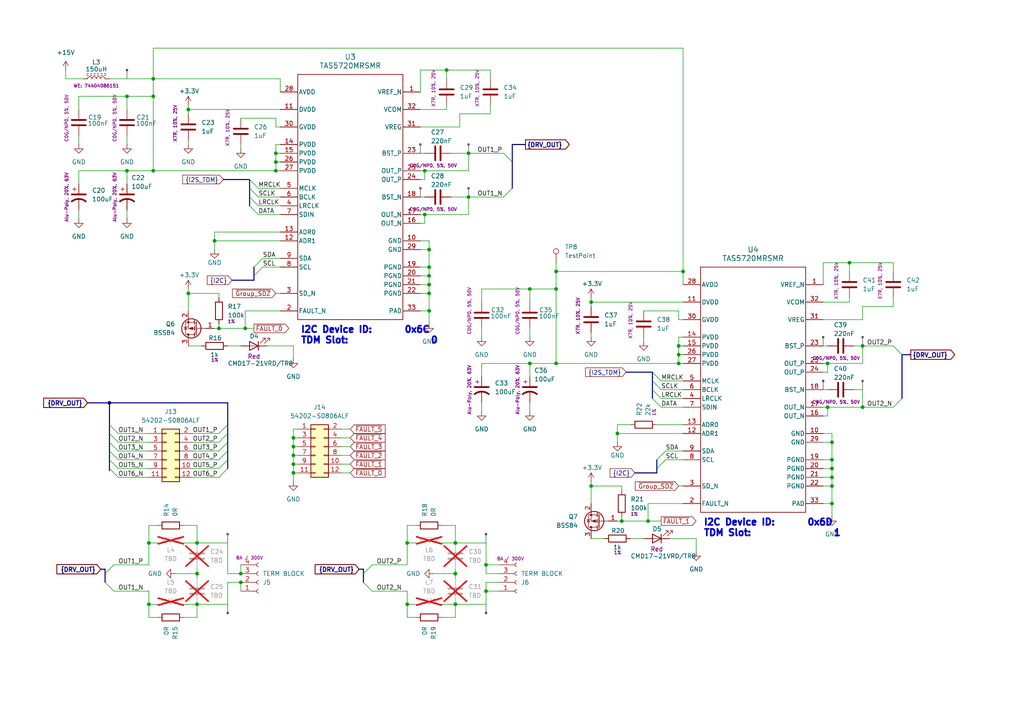
<source format=kicad_sch>
(kicad_sch (version 20250114) (generator "eeschema") (generator_version "9.0")
  (paper "A4")
  (title_block (title "Nathophone Driver Board") (date "2025-10-13") (rev "v0") (company "Juventus Technikerschule HF"))
  (bus_alias "DRV_OUT" (members "OUT1_P" "OUT1_N" "OUT2_P" "OUT2_N" "OUT3_P" "OUT3_N" "OUT4_P" "OUT4_N" "OUT5_P" "OUT5_N" "OUT6_P" "OUT6_N"))
  (bus_alias "I2C" (members "SDA" "SCL"))
  (bus_alias "I2S_TDM" (members "DATA" "SCLK" "LRCLK" "MRCLK"))
  (text "I2C Device ID: 	0x6C\nTDM Slot:			0" (at 87.122 97.282 0) (effects (font (size 1.905 1.905) (thickness 0.508) (bold yes)) (justify left)))
  (text "I2C Device ID: 	0x6D\nTDM Slot:			1" (at 203.962 153.162 0) (effects (font (size 1.905 1.905) (thickness 0.508) (bold yes)) (justify left)))
  (junction (at 80.01 44.45))
  (junction (at 57.15 166.37))
  (junction (at 153.67 83.82))
  (junction (at 179.07 125.73))
  (junction (at 187.96 151.13))
  (junction (at 80.01 46.99))
  (junction (at 250.19 100.33))
  (junction (at 85.09 134.62))
  (junction (at 161.29 78.74))
  (junction (at 36.83 49.53))
  (junction (at 198.12 78.74))
  (junction (at 196.85 105.41))
  (junction (at 44.45 22.86))
  (junction (at 240.03 105.41))
  (junction (at 54.61 31.75))
  (junction (at 44.45 27.94))
  (junction (at 85.09 132.08))
  (junction (at 241.3 133.35))
  (junction (at 69.85 168.91))
  (junction (at 140.97 163.83))
  (junction (at 250.19 118.11))
  (junction (at 69.85 166.37))
  (junction (at 124.46 82.55))
  (junction (at 123.19 49.53))
  (junction (at 71.12 95.25))
  (junction (at 171.45 140.97))
  (junction (at 124.46 90.17))
  (junction (at 241.3 146.05))
  (junction (at 57.15 157.48))
  (junction (at 132.08 166.37))
  (junction (at 54.61 85.09))
  (junction (at 123.19 62.23))
  (junction (at 43.18 157.48))
  (junction (at 180.34 151.13))
  (junction (at 124.46 72.39))
  (junction (at 57.15 175.26))
  (junction (at 132.08 175.26))
  (junction (at 161.29 105.41))
  (junction (at 241.3 135.89))
  (junction (at 124.46 80.01))
  (junction (at 85.09 127))
  (junction (at 129.54 20.32))
  (junction (at 196.85 102.87))
  (junction (at 85.09 129.54))
  (junction (at 31.75 116.84))
  (junction (at 241.3 138.43))
  (junction (at 135.89 57.15))
  (junction (at 80.01 49.53))
  (junction (at 118.11 157.48))
  (junction (at 36.83 27.94))
  (junction (at 132.08 157.48))
  (junction (at 43.18 175.26))
  (junction (at 85.09 137.16))
  (junction (at 240.03 118.11))
  (junction (at 196.85 100.33))
  (junction (at 140.97 171.45))
  (junction (at 135.89 44.45))
  (junction (at 44.45 49.53))
  (junction (at 124.46 77.47))
  (junction (at 241.3 128.27))
  (junction (at 171.45 87.63))
  (junction (at 62.23 69.85))
  (junction (at 118.11 175.26))
  (junction (at 63.5 95.25))
  (junction (at 246.38 76.2))
  (junction (at 241.3 140.97))
  (junction (at 161.29 83.82))
  (junction (at 124.46 85.09))
  (junction (at 153.67 105.41))
  (bus_entry (at 31.75 128.27) (size 2.54 2.54))
  (bus_entry (at 73.66 77.47) (size 2.54 -2.54))
  (bus_entry (at 72.39 59.69) (size 2.54 2.54))
  (bus_entry (at 146.05 57.15) (size 2.54 -2.54))
  (bus_entry (at 190.5 135.89) (size 2.54 -2.54))
  (bus_entry (at 72.39 57.15) (size 2.54 2.54))
  (bus_entry (at 189.23 115.57) (size 2.54 2.54))
  (bus_entry (at 30.48 168.91) (size 2.54 2.54))
  (bus_entry (at 66.04 125.73) (size -2.54 2.54))
  (bus_entry (at 31.75 130.81) (size 2.54 2.54))
  (bus_entry (at 189.23 110.49) (size 2.54 2.54))
  (bus_entry (at 31.75 133.35) (size 2.54 2.54))
  (bus_entry (at 72.39 52.07) (size 2.54 2.54))
  (bus_entry (at 261.62 102.87) (size -2.54 -2.54))
  (bus_entry (at 72.39 54.61) (size 2.54 2.54))
  (bus_entry (at 190.5 133.35) (size 2.54 -2.54))
  (bus_entry (at 31.75 123.19) (size 2.54 2.54))
  (bus_entry (at 73.66 80.01) (size 2.54 -2.54))
  (bus_entry (at 66.04 130.81) (size -2.54 2.54))
  (bus_entry (at 189.23 107.95) (size 2.54 2.54))
  (bus_entry (at 66.04 123.19) (size -2.54 2.54))
  (bus_entry (at 31.75 135.89) (size 2.54 2.54))
  (bus_entry (at 66.04 128.27) (size -2.54 2.54))
  (bus_entry (at 66.04 135.89) (size -2.54 2.54))
  (bus_entry (at 146.05 44.45) (size 2.54 2.54))
  (bus_entry (at 105.41 168.91) (size 2.54 2.54))
  (bus_entry (at 189.23 113.03) (size 2.54 2.54))
  (bus_entry (at 66.04 133.35) (size -2.54 2.54))
  (bus_entry (at 105.41 166.37) (size 2.54 -2.54))
  (bus_entry (at 30.48 166.37) (size 2.54 -2.54))
  (bus_entry (at 31.75 125.73) (size 2.54 2.54))
  (bus_entry (at 261.62 115.57) (size -2.54 2.54))
  (wire (pts (xy 53.34 175.26) (xy 57.15 175.26)))
  (wire (pts (xy 77.47 100.33) (xy 85.09 100.33)))
  (wire (pts (xy 198.12 87.63) (xy 171.45 87.63)))
  (wire (pts (xy 161.29 76.2) (xy 161.29 78.74)))
  (wire (pts (xy 71.12 95.25) (xy 73.66 95.25)))
  (wire (pts (xy 55.88 135.89) (xy 63.5 135.89)))
  (wire (pts (xy 43.18 152.4) (xy 43.18 157.48)))
  (wire (pts (xy 85.09 137.16) (xy 86.36 137.16)))
  (wire (pts (xy 130.81 44.45) (xy 135.89 44.45)))
  (wire (pts (xy 135.89 57.15) (xy 135.89 62.23)))
  (wire (pts (xy 121.92 69.85) (xy 124.46 69.85)))
  (wire (pts (xy 54.61 100.33) (xy 58.42 100.33)))
  (wire (pts (xy 129.54 31.75) (xy 129.54 30.48)))
  (wire (pts (xy 193.04 130.81) (xy 198.12 130.81)))
  (wire (pts (xy 259.08 76.2) (xy 259.08 78.74)))
  (wire (pts (xy 71.12 95.25) (xy 63.5 95.25)))
  (bus (pts (xy 66.04 128.27) (xy 66.04 130.81)))
  (wire (pts (xy 135.89 57.15) (xy 146.05 57.15)))
  (wire (pts (xy 196.85 97.79) (xy 196.85 100.33)))
  (bus (pts (xy 66.04 116.84) (xy 66.04 123.19)))
  (wire (pts (xy 171.45 86.36) (xy 171.45 87.63)))
  (bus (pts (xy 189.23 110.49) (xy 189.23 113.03)))
  (wire (pts (xy 22.86 27.94) (xy 36.83 27.94)))
  (wire (pts (xy 182.88 123.19) (xy 179.07 123.19)))
  (wire (pts (xy 190.5 123.19) (xy 198.12 123.19)))
  (wire (pts (xy 69.85 168.91) (xy 69.85 171.45)))
  (wire (pts (xy 132.08 179.07) (xy 132.08 175.26)))
  (wire (pts (xy 81.28 67.31) (xy 62.23 67.31)))
  (wire (pts (xy 85.09 134.62) (xy 86.36 134.62)))
  (wire (pts (xy 241.3 135.89) (xy 241.3 138.43)))
  (wire (pts (xy 140.97 171.45) (xy 144.78 171.45)))
  (wire (pts (xy 99.06 137.16) (xy 101.6 137.16)))
  (wire (pts (xy 240.03 118.11) (xy 250.19 118.11)))
  (wire (pts (xy 129.54 20.32) (xy 129.54 22.86)))
  (wire (pts (xy 182.88 156.21) (xy 186.69 156.21)))
  (wire (pts (xy 238.76 140.97) (xy 241.3 140.97)))
  (wire (pts (xy 66.04 166.37) (xy 69.85 166.37)))
  (wire (pts (xy 153.67 105.41) (xy 153.67 109.22)))
  (wire (pts (xy 34.29 130.81) (xy 43.18 130.81)))
  (wire (pts (xy 22.86 60.96) (xy 22.86 63.5)))
  (wire (pts (xy 55.88 130.81) (xy 63.5 130.81)))
  (wire (pts (xy 238.76 118.11) (xy 240.03 118.11)))
  (bus (pts (xy 189.23 113.03) (xy 189.23 115.57)))
  (wire (pts (xy 196.85 92.71) (xy 198.12 92.71)))
  (wire (pts (xy 36.83 49.53) (xy 44.45 49.53)))
  (wire (pts (xy 153.67 83.82) (xy 161.29 83.82)))
  (wire (pts (xy 22.86 49.53) (xy 22.86 53.34)))
  (wire (pts (xy 80.01 46.99) (xy 81.28 46.99)))
  (wire (pts (xy 171.45 140.97) (xy 171.45 139.7)))
  (wire (pts (xy 54.61 85.09) (xy 54.61 90.17)))
  (wire (pts (xy 36.83 49.53) (xy 36.83 53.34)))
  (wire (pts (xy 194.31 156.21) (xy 201.93 156.21)))
  (wire (pts (xy 139.7 105.41) (xy 139.7 109.22)))
  (wire (pts (xy 140.97 157.48) (xy 140.97 163.83)))
  (wire (pts (xy 201.93 156.21) (xy 201.93 160.02)))
  (wire (pts (xy 259.08 88.9) (xy 259.08 86.36)))
  (wire (pts (xy 132.08 157.48) (xy 140.97 157.48)))
  (wire (pts (xy 118.11 163.83) (xy 118.11 157.48)))
  (bus (pts (xy 264.16 102.87) (xy 261.62 102.87)))
  (wire (pts (xy 196.85 97.79) (xy 198.12 97.79)))
  (wire (pts (xy 80.01 36.83) (xy 81.28 36.83)))
  (wire (pts (xy 142.24 33.02) (xy 142.24 30.48)))
  (wire (pts (xy 118.11 179.07) (xy 120.65 179.07)))
  (wire (pts (xy 57.15 166.37) (xy 57.15 167.64)))
  (wire (pts (xy 246.38 87.63) (xy 246.38 86.36)))
  (wire (pts (xy 118.11 171.45) (xy 118.11 175.26)))
  (wire (pts (xy 124.46 85.09) (xy 124.46 90.17)))
  (wire (pts (xy 238.76 138.43) (xy 241.3 138.43)))
  (wire (pts (xy 57.15 179.07) (xy 57.15 175.26)))
  (wire (pts (xy 124.46 72.39) (xy 124.46 77.47)))
  (wire (pts (xy 171.45 140.97) (xy 180.34 140.97)))
  (wire (pts (xy 121.92 20.32) (xy 121.92 26.67)))
  (wire (pts (xy 85.09 132.08) (xy 86.36 132.08)))
  (wire (pts (xy 74.93 57.15) (xy 81.28 57.15)))
  (wire (pts (xy 85.09 134.62) (xy 85.09 132.08)))
  (wire (pts (xy 140.97 171.45) (xy 140.97 175.26)))
  (bus (pts (xy 105.41 168.91) (xy 105.41 166.37)))
  (bus (pts (xy 148.59 41.91) (xy 148.59 46.99)))
  (wire (pts (xy 121.92 62.23) (xy 123.19 62.23)))
  (wire (pts (xy 121.92 49.53) (xy 123.19 49.53)))
  (wire (pts (xy 43.18 171.45) (xy 43.18 175.26)))
  (wire (pts (xy 118.11 152.4) (xy 120.65 152.4)))
  (wire (pts (xy 36.83 39.37) (xy 36.83 41.91)))
  (bus (pts (xy 66.04 123.19) (xy 66.04 125.73)))
  (wire (pts (xy 123.19 62.23) (xy 135.89 62.23)))
  (wire (pts (xy 198.12 78.74) (xy 198.12 13.97)))
  (wire (pts (xy 81.28 31.75) (xy 54.61 31.75)))
  (wire (pts (xy 55.88 128.27) (xy 63.5 128.27)))
  (wire (pts (xy 121.92 82.55) (xy 124.46 82.55)))
  (wire (pts (xy 76.2 77.47) (xy 81.28 77.47)))
  (bus (pts (xy 31.75 128.27) (xy 31.75 130.81)))
  (wire (pts (xy 135.89 44.45) (xy 135.89 49.53)))
  (wire (pts (xy 196.85 100.33) (xy 198.12 100.33)))
  (wire (pts (xy 66.04 157.48) (xy 66.04 166.37)))
  (wire (pts (xy 238.76 133.35) (xy 241.3 133.35)))
  (wire (pts (xy 81.28 22.86) (xy 44.45 22.86)))
  (wire (pts (xy 238.76 92.71) (xy 250.19 92.71)))
  (wire (pts (xy 80.01 36.83) (xy 80.01 34.29)))
  (wire (pts (xy 81.28 22.86) (xy 81.28 26.67)))
  (wire (pts (xy 121.92 44.45) (xy 123.19 44.45)))
  (bus (pts (xy 73.66 77.47) (xy 73.66 80.01)))
  (wire (pts (xy 53.34 152.4) (xy 57.15 152.4)))
  (bus (pts (xy 31.75 116.84) (xy 31.75 123.19)))
  (wire (pts (xy 81.28 90.17) (xy 71.12 90.17)))
  (wire (pts (xy 129.54 20.32) (xy 142.24 20.32)))
  (bus (pts (xy 73.66 81.28) (xy 73.66 80.01)))
  (wire (pts (xy 121.92 52.07) (xy 123.19 52.07)))
  (bus (pts (xy 67.31 81.28) (xy 73.66 81.28)))
  (wire (pts (xy 66.04 100.33) (xy 69.85 100.33)))
  (bus (pts (xy 152.4 41.91) (xy 148.59 41.91)))
  (wire (pts (xy 22.86 39.37) (xy 22.86 41.91)))
  (wire (pts (xy 55.88 138.43) (xy 63.5 138.43)))
  (wire (pts (xy 250.19 100.33) (xy 259.08 100.33)))
  (wire (pts (xy 121.92 64.77) (xy 123.19 64.77)))
  (wire (pts (xy 180.34 151.13) (xy 179.07 151.13)))
  (wire (pts (xy 99.06 124.46) (xy 101.6 124.46)))
  (wire (pts (xy 124.46 77.47) (xy 124.46 80.01)))
  (wire (pts (xy 62.23 69.85) (xy 62.23 72.39)))
  (wire (pts (xy 85.09 100.33) (xy 85.09 104.14)))
  (wire (pts (xy 121.92 57.15) (xy 123.19 57.15)))
  (wire (pts (xy 85.09 129.54) (xy 86.36 129.54)))
  (wire (pts (xy 33.02 171.45) (xy 43.18 171.45)))
  (wire (pts (xy 132.08 152.4) (xy 132.08 157.48)))
  (wire (pts (xy 246.38 76.2) (xy 259.08 76.2)))
  (wire (pts (xy 153.67 95.25) (xy 153.67 97.79)))
  (wire (pts (xy 240.03 105.41) (xy 250.19 105.41)))
  (wire (pts (xy 43.18 152.4) (xy 45.72 152.4)))
  (wire (pts (xy 74.93 62.23) (xy 81.28 62.23)))
  (wire (pts (xy 161.29 83.82) (xy 161.29 105.41)))
  (wire (pts (xy 250.19 92.71) (xy 250.19 88.9)))
  (wire (pts (xy 36.83 27.94) (xy 44.45 27.94)))
  (wire (pts (xy 240.03 107.95) (xy 240.03 105.41)))
  (wire (pts (xy 118.11 152.4) (xy 118.11 157.48)))
  (wire (pts (xy 43.18 175.26) (xy 43.18 179.07)))
  (wire (pts (xy 128.27 179.07) (xy 132.08 179.07)))
  (wire (pts (xy 191.77 110.49) (xy 198.12 110.49)))
  (wire (pts (xy 22.86 49.53) (xy 36.83 49.53)))
  (wire (pts (xy 121.92 36.83) (xy 133.35 36.83)))
  (bus (pts (xy 31.75 133.35) (xy 31.75 135.89)))
  (wire (pts (xy 139.7 105.41) (xy 153.67 105.41)))
  (wire (pts (xy 34.29 133.35) (xy 43.18 133.35)))
  (wire (pts (xy 250.19 88.9) (xy 259.08 88.9)))
  (wire (pts (xy 54.61 85.09) (xy 54.61 83.82)))
  (wire (pts (xy 43.18 179.07) (xy 45.72 179.07)))
  (wire (pts (xy 187.96 151.13) (xy 191.77 151.13)))
  (wire (pts (xy 24.13 22.86) (xy 19.05 22.86)))
  (wire (pts (xy 187.96 146.05) (xy 187.96 151.13)))
  (wire (pts (xy 250.19 100.33) (xy 247.65 100.33)))
  (wire (pts (xy 250.19 105.41) (xy 250.19 100.33)))
  (wire (pts (xy 62.23 69.85) (xy 81.28 69.85)))
  (wire (pts (xy 34.29 128.27) (xy 43.18 128.27)))
  (wire (pts (xy 85.09 129.54) (xy 85.09 127)))
  (wire (pts (xy 238.76 76.2) (xy 238.76 82.55)))
  (bus (pts (xy 31.75 130.81) (xy 31.75 133.35)))
  (wire (pts (xy 142.24 20.32) (xy 142.24 22.86)))
  (wire (pts (xy 133.35 33.02) (xy 142.24 33.02)))
  (wire (pts (xy 66.04 168.91) (xy 69.85 168.91)))
  (bus (pts (xy 148.59 46.99) (xy 148.59 54.61)))
  (bus (pts (xy 104.14 165.1) (xy 105.41 165.1)))
  (wire (pts (xy 85.09 139.7) (xy 85.09 137.16)))
  (wire (pts (xy 132.08 166.37) (xy 132.08 167.64)))
  (wire (pts (xy 128.27 175.26) (xy 132.08 175.26)))
  (wire (pts (xy 123.19 49.53) (xy 135.89 49.53)))
  (wire (pts (xy 171.45 87.63) (xy 171.45 88.9)))
  (wire (pts (xy 198.12 78.74) (xy 161.29 78.74)))
  (wire (pts (xy 57.15 165.1) (xy 57.15 166.37)))
  (bus (pts (xy 72.39 54.61) (xy 72.39 57.15)))
  (wire (pts (xy 63.5 125.73) (xy 55.88 125.73)))
  (wire (pts (xy 76.2 74.93) (xy 81.28 74.93)))
  (wire (pts (xy 63.5 95.25) (xy 63.5 93.98)))
  (wire (pts (xy 124.46 90.17) (xy 124.46 93.98)))
  (wire (pts (xy 81.28 49.53) (xy 80.01 49.53)))
  (bus (pts (xy 31.75 135.89) (xy 31.75 136.525)))
  (wire (pts (xy 43.18 163.83) (xy 43.18 157.48)))
  (wire (pts (xy 179.07 125.73) (xy 179.07 128.27)))
  (wire (pts (xy 80.01 44.45) (xy 80.01 46.99)))
  (wire (pts (xy 69.85 163.83) (xy 69.85 166.37)))
  (wire (pts (xy 71.12 90.17) (xy 71.12 95.25)))
  (bus (pts (xy 261.62 102.87) (xy 261.62 115.57)))
  (wire (pts (xy 57.15 175.26) (xy 66.04 175.26)))
  (wire (pts (xy 196.85 90.17) (xy 186.69 90.17)))
  (wire (pts (xy 196.85 140.97) (xy 198.12 140.97)))
  (wire (pts (xy 180.34 151.13) (xy 180.34 149.86)))
  (wire (pts (xy 80.01 85.09) (xy 81.28 85.09)))
  (bus (pts (xy 66.04 125.73) (xy 66.04 128.27)))
  (wire (pts (xy 186.69 97.79) (xy 186.69 99.06)))
  (wire (pts (xy 44.45 13.97) (xy 44.45 22.86)))
  (bus (pts (xy 64.77 52.07) (xy 72.39 52.07)))
  (wire (pts (xy 62.23 67.31) (xy 62.23 69.85)))
  (wire (pts (xy 191.77 115.57) (xy 198.12 115.57)))
  (wire (pts (xy 121.92 72.39) (xy 124.46 72.39)))
  (bus (pts (xy 72.39 52.07) (xy 72.39 54.61)))
  (wire (pts (xy 238.76 105.41) (xy 240.03 105.41)))
  (wire (pts (xy 99.06 129.54) (xy 101.6 129.54)))
  (wire (pts (xy 53.34 157.48) (xy 57.15 157.48)))
  (bus (pts (xy 30.48 166.37) (xy 30.48 165.1)))
  (wire (pts (xy 57.15 152.4) (xy 57.15 157.48)))
  (wire (pts (xy 198.12 13.97) (xy 44.45 13.97)))
  (wire (pts (xy 238.76 107.95) (xy 240.03 107.95)))
  (wire (pts (xy 238.76 113.03) (xy 240.03 113.03)))
  (wire (pts (xy 99.06 127) (xy 101.6 127)))
  (wire (pts (xy 74.93 54.61) (xy 81.28 54.61)))
  (wire (pts (xy 187.96 151.13) (xy 180.34 151.13)))
  (wire (pts (xy 238.76 120.65) (xy 240.03 120.65)))
  (wire (pts (xy 171.45 140.97) (xy 171.45 146.05)))
  (wire (pts (xy 124.46 82.55) (xy 124.46 85.09)))
  (wire (pts (xy 31.75 22.86) (xy 44.45 22.86)))
  (wire (pts (xy 153.67 105.41) (xy 161.29 105.41)))
  (wire (pts (xy 191.77 118.11) (xy 198.12 118.11)))
  (wire (pts (xy 140.97 168.91) (xy 144.78 168.91)))
  (wire (pts (xy 54.61 30.48) (xy 54.61 31.75)))
  (wire (pts (xy 250.19 118.11) (xy 259.08 118.11)))
  (wire (pts (xy 128.27 152.4) (xy 132.08 152.4)))
  (wire (pts (xy 74.93 59.69) (xy 81.28 59.69)))
  (bus (pts (xy 105.41 166.37) (xy 105.41 165.1)))
  (bus (pts (xy 66.04 130.81) (xy 66.04 133.35)))
  (wire (pts (xy 198.12 78.74) (xy 198.12 82.55)))
  (wire (pts (xy 36.83 60.96) (xy 36.83 63.5)))
  (wire (pts (xy 153.67 83.82) (xy 153.67 87.63)))
  (wire (pts (xy 44.45 49.53) (xy 80.01 49.53)))
  (wire (pts (xy 139.7 116.84) (xy 139.7 119.38)))
  (wire (pts (xy 240.03 120.65) (xy 240.03 118.11)))
  (bus (pts (xy 29.21 165.1) (xy 30.48 165.1)))
  (wire (pts (xy 121.92 20.32) (xy 129.54 20.32)))
  (wire (pts (xy 34.29 125.73) (xy 43.18 125.73)))
  (wire (pts (xy 241.3 125.73) (xy 241.3 128.27)))
  (wire (pts (xy 121.92 77.47) (xy 124.46 77.47)))
  (wire (pts (xy 171.45 156.21) (xy 175.26 156.21)))
  (wire (pts (xy 128.27 157.48) (xy 132.08 157.48)))
  (bus (pts (xy 189.23 107.95) (xy 189.23 110.49)))
  (wire (pts (xy 63.5 85.09) (xy 63.5 86.36)))
  (wire (pts (xy 241.3 140.97) (xy 241.3 146.05)))
  (wire (pts (xy 121.92 90.17) (xy 124.46 90.17)))
  (wire (pts (xy 196.85 100.33) (xy 196.85 102.87)))
  (wire (pts (xy 139.7 83.82) (xy 153.67 83.82)))
  (bus (pts (xy 190.5 137.16) (xy 190.5 135.89)))
  (wire (pts (xy 53.34 179.07) (xy 57.15 179.07)))
  (wire (pts (xy 55.88 133.35) (xy 63.5 133.35)))
  (bus (pts (xy 25.4 116.84) (xy 31.75 116.84)))
  (bus (pts (xy 31.75 125.73) (xy 31.75 128.27)))
  (bus (pts (xy 31.75 116.84) (xy 66.04 116.84)))
  (wire (pts (xy 33.02 163.83) (xy 43.18 163.83)))
  (wire (pts (xy 57.15 157.48) (xy 66.04 157.48)))
  (wire (pts (xy 179.07 125.73) (xy 198.12 125.73)))
  (wire (pts (xy 85.09 127) (xy 86.36 127)))
  (wire (pts (xy 123.19 64.77) (xy 123.19 62.23)))
  (wire (pts (xy 140.97 163.83) (xy 140.97 166.37)))
  (wire (pts (xy 34.29 138.43) (xy 43.18 138.43)))
  (wire (pts (xy 124.46 69.85) (xy 124.46 72.39)))
  (wire (pts (xy 80.01 44.45) (xy 81.28 44.45)))
  (wire (pts (xy 196.85 102.87) (xy 196.85 105.41)))
  (wire (pts (xy 238.76 128.27) (xy 241.3 128.27)))
  (wire (pts (xy 107.95 171.45) (xy 118.11 171.45)))
  (wire (pts (xy 139.7 87.63) (xy 139.7 83.82)))
  (wire (pts (xy 191.77 113.03) (xy 198.12 113.03)))
  (wire (pts (xy 107.95 163.83) (xy 118.11 163.83)))
  (wire (pts (xy 19.05 22.86) (xy 19.05 20.32)))
  (wire (pts (xy 132.08 166.37) (xy 125.73 166.37)))
  (wire (pts (xy 132.08 175.26) (xy 140.97 175.26)))
  (wire (pts (xy 238.76 125.73) (xy 241.3 125.73)))
  (bus (pts (xy 184.15 137.16) (xy 190.5 137.16)))
  (wire (pts (xy 139.7 95.25) (xy 139.7 97.79)))
  (wire (pts (xy 238.76 87.63) (xy 246.38 87.63)))
  (wire (pts (xy 193.04 133.35) (xy 198.12 133.35)))
  (wire (pts (xy 140.97 163.83) (xy 144.78 163.83)))
  (wire (pts (xy 43.18 175.26) (xy 45.72 175.26)))
  (wire (pts (xy 140.97 166.37) (xy 144.78 166.37)))
  (wire (pts (xy 80.01 46.99) (xy 80.01 49.53)))
  (wire (pts (xy 118.11 175.26) (xy 120.65 175.26)))
  (wire (pts (xy 124.46 80.01) (xy 124.46 82.55)))
  (wire (pts (xy 36.83 27.94) (xy 36.83 31.75)))
  (wire (pts (xy 246.38 76.2) (xy 246.38 78.74)))
  (wire (pts (xy 198.12 105.41) (xy 196.85 105.41)))
  (wire (pts (xy 99.06 134.62) (xy 101.6 134.62)))
  (wire (pts (xy 241.3 128.27) (xy 241.3 133.35)))
  (wire (pts (xy 238.76 146.05) (xy 241.3 146.05)))
  (wire (pts (xy 34.29 135.89) (xy 43.18 135.89)))
  (wire (pts (xy 99.06 132.08) (xy 101.6 132.08)))
  (bus (pts (xy 72.39 57.15) (xy 72.39 59.69)))
  (wire (pts (xy 85.09 137.16) (xy 85.09 134.62)))
  (wire (pts (xy 63.5 95.25) (xy 62.23 95.25)))
  (wire (pts (xy 118.11 175.26) (xy 118.11 179.07)))
  (wire (pts (xy 171.45 96.52) (xy 171.45 97.79)))
  (wire (pts (xy 121.92 85.09) (xy 124.46 85.09)))
  (wire (pts (xy 132.08 165.1) (xy 132.08 166.37)))
  (wire (pts (xy 161.29 78.74) (xy 161.29 83.82)))
  (wire (pts (xy 121.92 80.01) (xy 124.46 80.01)))
  (wire (pts (xy 54.61 31.75) (xy 54.61 33.02)))
  (wire (pts (xy 43.18 157.48) (xy 45.72 157.48)))
  (wire (pts (xy 198.12 146.05) (xy 187.96 146.05)))
  (wire (pts (xy 85.09 124.46) (xy 86.36 124.46)))
  (wire (pts (xy 85.09 127) (xy 85.09 124.46)))
  (wire (pts (xy 44.45 22.86) (xy 44.45 27.94)))
  (wire (pts (xy 196.85 92.71) (xy 196.85 90.17)))
  (wire (pts (xy 133.35 36.83) (xy 133.35 33.02)))
  (bus (pts (xy 66.04 133.35) (xy 66.04 135.89)))
  (wire (pts (xy 180.34 140.97) (xy 180.34 142.24)))
  (wire (pts (xy 22.86 31.75) (xy 22.86 27.94)))
  (wire (pts (xy 238.76 76.2) (xy 246.38 76.2)))
  (wire (pts (xy 161.29 105.41) (xy 196.85 105.41)))
  (wire (pts (xy 44.45 27.94) (xy 44.45 49.53)))
  (wire (pts (xy 69.85 41.91) (xy 69.85 43.18)))
  (wire (pts (xy 241.3 146.05) (xy 241.3 149.86)))
  (wire (pts (xy 57.15 166.37) (xy 50.8 166.37)))
  (wire (pts (xy 121.92 31.75) (xy 129.54 31.75)))
  (wire (pts (xy 80.01 41.91) (xy 80.01 44.45)))
  (wire (pts (xy 179.07 123.19) (xy 179.07 125.73)))
  (wire (pts (xy 241.3 133.35) (xy 241.3 135.89)))
  (wire (pts (xy 80.01 41.91) (xy 81.28 41.91)))
  (wire (pts (xy 250.19 113.03) (xy 250.19 118.11)))
  (wire (pts (xy 54.61 85.09) (xy 63.5 85.09)))
  (wire (pts (xy 66.04 168.91) (xy 66.04 175.26)))
  (wire (pts (xy 135.89 44.45) (xy 146.05 44.45)))
  (wire (pts (xy 140.97 168.91) (xy 140.97 171.45)))
  (bus (pts (xy 181.61 107.95) (xy 189.23 107.95)))
  (wire (pts (xy 238.76 135.89) (xy 241.3 135.89)))
  (wire (pts (xy 85.09 132.08) (xy 85.09 129.54)))
  (wire (pts (xy 118.11 157.48) (xy 120.65 157.48)))
  (wire (pts (xy 196.85 102.87) (xy 198.12 102.87)))
  (bus (pts (xy 31.75 123.19) (xy 31.75 125.73)))
  (wire (pts (xy 123.19 52.07) (xy 123.19 49.53)))
  (wire (pts (xy 241.3 138.43) (xy 241.3 140.97)))
  (wire (pts (xy 54.61 40.64) (xy 54.61 41.91)))
  (wire (pts (xy 153.67 116.84) (xy 153.67 119.38)))
  (wire (pts (xy 247.65 113.03) (xy 250.19 113.03)))
  (wire (pts (xy 238.76 100.33) (xy 240.03 100.33)))
  (bus (pts (xy 190.5 133.35) (xy 190.5 135.89)))
  (wire (pts (xy 80.01 34.29) (xy 69.85 34.29)))
  (wire (pts (xy 130.81 57.15) (xy 135.89 57.15)))
  (bus (pts (xy 30.48 168.91) (xy 30.48 166.37)))
  (label "DATA" (at 191.77 118.11 0))
  (label "OUT2_N" (at 251.46 118.11 0))
  (label "OUT2_P" (at 251.46 100.33 0))
  (label "OUT4_N" (at 34.29 133.35 0))
  (label "OUT2_N" (at 109.22 171.45 0))
  (label "OUT5_P" (at 55.88 135.89 0))
  (label "OUT1_P" (at 138.43 44.45 0) (effects (font (thickness 0.1588))))
  (label "OUT3_N" (at 34.29 130.81 0))
  (label "SDA" (at 193.04 130.81 0))
  (label "MRCLK" (at 74.93 54.61 0))
  (label "SCLK" (at 74.93 57.15 0))
  (label "LRCLK" (at 74.93 59.69 0))
  (label "OUT5_N" (at 34.29 135.89 0))
  (label "OUT1_N" (at 34.29 125.73 0))
  (label "OUT4_P" (at 55.88 133.35 0))
  (label "OUT6_P" (at 55.88 138.43 0))
  (label "OUT3_P" (at 55.88 130.81 0))
  (label "OUT1_N" (at 138.43 57.15 0) (effects (font (thickness 0.1588))))
  (label "OUT6_N" (at 34.29 138.43 0))
  (label "OUT2_P" (at 55.88 128.27 0))
  (label "OUT2_N" (at 34.29 128.27 0))
  (label "SDA" (at 76.2 74.93 0))
  (label "OUT1_P" (at 55.88 125.73 0))
  (label "LRCLK" (at 191.77 115.57 0))
  (label "OUT2_P" (at 109.22 163.83 0))
  (label "DATA" (at 74.93 62.23 0))
  (label "OUT1_P" (at 34.29 163.83 0))
  (label "SCL" (at 193.04 133.35 0))
  (label "OUT1_N" (at 34.29 171.45 0))
  (label "MRCLK" (at 191.77 110.49 0))
  (label "SCL" (at 76.2 77.47 0))
  (label "SCLK" (at 191.77 113.03 0))
  (global_label "{DRV_OUT}" (shape input) (at 29.21 165.1 180) (effects (font (thickness 0.254) (bold yes))) (property "Intersheetrefs" "${INTERSHEET_REFS}" (effects (hide yes))))
  (global_label "~{Group_SDZ}" (shape input) (at 80.01 85.09 180) (property "Intersheetrefs" "${INTERSHEET_REFS}" (effects (hide yes))))
  (global_label "{DRV_OUT}" (shape output) (at 152.4 41.91 0) (effects (font (thickness 0.254) (bold yes))) (property "Intersheetrefs" "${INTERSHEET_REFS}" (effects (hide yes))))
  (global_label "~{FAULT_4}" (shape input) (at 101.6 127 0) (property "Intersheetrefs" "${INTERSHEET_REFS}" (effects (hide yes))))
  (global_label "{I2C}" (shape input) (at 184.15 137.16 180) (property "Intersheetrefs" "${INTERSHEET_REFS}" (effects (hide yes))))
  (global_label "~{FAULT_1}" (shape output) (at 191.77 151.13 0) (property "Intersheetrefs" "${INTERSHEET_REFS}" (effects (hide yes))))
  (global_label "~{FAULT_0}" (shape input) (at 101.6 137.16 0) (property "Intersheetrefs" "${INTERSHEET_REFS}" (effects (hide yes))))
  (global_label "{DRV_OUT}" (shape input) (at 25.4 116.84 180) (effects (font (thickness 0.254) (bold yes))) (property "Intersheetrefs" "${INTERSHEET_REFS}" (effects (hide yes))))
  (global_label "{I2C}" (shape input) (at 67.31 81.28 180) (property "Intersheetrefs" "${INTERSHEET_REFS}" (effects (hide yes))))
  (global_label "{DRV_OUT}" (shape output) (at 264.16 102.87 0) (effects (font (thickness 0.254) (bold yes))) (property "Intersheetrefs" "${INTERSHEET_REFS}" (effects (hide yes))))
  (global_label "{I2S_TDM}" (shape input) (at 181.61 107.95 180) (property "Intersheetrefs" "${INTERSHEET_REFS}" (effects (hide yes))))
  (global_label "~{FAULT_0}" (shape output) (at 73.66 95.25 0) (property "Intersheetrefs" "${INTERSHEET_REFS}" (effects (hide yes))))
  (global_label "~{FAULT_5}" (shape input) (at 101.6 124.46 0) (property "Intersheetrefs" "${INTERSHEET_REFS}" (effects (hide yes))))
  (global_label "{DRV_OUT}" (shape input) (at 104.14 165.1 180) (effects (font (thickness 0.254) (bold yes))) (property "Intersheetrefs" "${INTERSHEET_REFS}" (effects (hide yes))))
  (global_label "~{FAULT_2}" (shape input) (at 101.6 132.08 0) (property "Intersheetrefs" "${INTERSHEET_REFS}" (effects (hide yes))))
  (global_label "~{Group_SDZ}" (shape input) (at 196.85 140.97 180) (property "Intersheetrefs" "${INTERSHEET_REFS}" (effects (hide yes))))
  (global_label "~{FAULT_1}" (shape input) (at 101.6 134.62 0) (property "Intersheetrefs" "${INTERSHEET_REFS}" (effects (hide yes))))
  (global_label "{I2S_TDM}" (shape input) (at 64.77 52.07 180) (property "Intersheetrefs" "${INTERSHEET_REFS}" (effects (hide yes))))
  (global_label "~{FAULT_3}" (shape input) (at 101.6 129.54 0) (property "Intersheetrefs" "${INTERSHEET_REFS}" (effects (hide yes))))
  (netclass_flag "" (length 2.54) (shape dot) (at 66.04 157.48 0) (property "Netclass" "DRV_Output" (effects (hide yes))))
  (netclass_flag "" (length 2.54) (shape dot) (at 121.92 44.45 0) (property "Netclass" "DRV_Output" (effects (hide yes))))
  (netclass_flag "" (length 2.54) (shape dot) (at 66.04 175.26 180) (property "Netclass" "DRV_Output" (effects (hide yes))))
  (netclass_flag "" (length 2.54) (shape dot) (at 140.97 157.48 0) (property "Netclass" "DRV_Output" (effects (hide yes))))
  (netclass_flag "" (length 2.54) (shape dot) (at 250.19 113.03 0) (property "Netclass" "DRV_Output" (effects (hide yes))))
  (netclass_flag "" (length 2.54) (shape dot) (at 135.89 57.15 0) (property "Netclass" "DRV_Output" (effects (hide yes))))
  (netclass_flag "" (length 2.54) (shape dot) (at 121.92 57.15 0) (property "Netclass" "DRV_Output" (effects (hide yes))))
  (netclass_flag "" (length 2.54) (shape dot) (at 140.97 175.26 180) (property "Netclass" "DRV_Output" (effects (hide yes))))
  (netclass_flag "" (length 2.54) (shape dot) (at 135.89 44.45 0) (property "Netclass" "DRV_Output" (effects (hide yes))))
  (netclass_flag "" (length 2.54) (shape dot) (at 238.76 113.03 0) (property "Netclass" "DRV_Output" (effects (hide yes))))
  (netclass_flag "" (length 2.54) (shape dot) (at 36.83 22.86 0) (property "Netclass" "Power_DRVs" (effects (hide yes))))
  (netclass_flag "" (length 2.54) (shape dot) (at 238.76 100.33 0) (property "Netclass" "DRV_Output" (effects (hide yes))))
  (netclass_flag "" (length 2.54) (shape dot) (at 250.19 100.33 0) (property "Netclass" "DRV_Output" (effects (hide yes))))
  (symbol (lib_id "Device:LED") (at 73.66 100.33 180) (unit 1)
    (property "Reference" "D4" (at 72.39 97.536 0) (effects (justify right)))
    (property "Value" "CMD17-21VRD/TR8" (at 66.04 105.41 0) (effects (justify right)))
    (property "Footprint" "LED_SMD:LED_0805_2012Metric" (effects (hide yes)))
    (property "Datasheet" "https://mm.digikey.com/Volume0/opasdata/d220001/medias/docus/4320/CMD17-21_Rev10.pdf" (effects (hide yes)))
    (property "Description" "Light emitting diode" (effects (hide yes)))
    (property "Sim.Pins" "1=K 2=A" (effects (hide yes)))
    (property "DigiKey_PartNo" "L62501TR-ND" (effects (hide yes)))
    (property "Key Info" "Red" (at 73.66 103.378 0))
    (property "MPN" "CMD17-21VRD/TR8" (effects (hide yes)))
  )
  (symbol (lib_id "power:GND") (at 22.86 63.5 0) (unit 1)
    (property "Reference" "#PWR054" (effects (hide yes)))
    (property "Value" "GND" (at 22.86 68.58 0))
    (property "Description" "Power symbol creates a global label with name \"GND\" , ground" (effects (hide yes)))
  )
  (symbol (lib_id "Device:C") (at 139.7 91.44 0) (unit 1)
    (property "Reference" "C32" (at 146.304 89.916 0) (effects (justify right)))
    (property "Value" "100nF" (at 148.336 91.694 0) (effects (justify right)))
    (property "Footprint" "Capacitor_SMD:C_1206_3216Metric" (effects (hide yes)))
    (property "Datasheet" "https://search.murata.co.jp/Ceramy/image/img/A01X/G101/ENG/GRM3195C1H104JA05-01A.pdf" (effects (hide yes)))
    (property "Description" "Unpolarized capacitor" (effects (hide yes)))
    (property "DigiKey_PartNo" "490-GRM3195C1H104JA05DTR-ND" (effects (hide yes)))
    (property "Key Info" "C0G/NP0, 5%, 50V" (at 136.144 97.028 90) (effects (font (size 0.9525 0.9525)) (justify left)))
    (property "MPN" "GRM3195C1H104JA05D" (effects (hide yes)))
  )
  (symbol (lib_id "Device:C") (at 186.69 93.98 0) (unit 1)
    (property "Reference" "C38" (at 190.5 92.7099 0) (effects (justify left)))
    (property "Value" "1uF" (at 190.5 95.2499 0) (effects (justify left)))
    (property "Footprint" "Capacitor_SMD:C_0805_2012Metric" (effects (hide yes)))
    (property "Datasheet" "https://mm.digikey.com/Volume0/opasdata/d220001/medias/docus/1105/CL21B105KAFNNNE_Spec.pdf" (effects (hide yes)))
    (property "Description" "Unpolarized capacitor" (effects (hide yes)))
    (property "DigiKey_PartNo" "1276-1066-2-ND" (effects (hide yes)))
    (property "Key Info" "X7R, 10%, 25V" (at 182.88 98.298 90) (effects (font (size 0.9525 0.9525)) (justify left)))
    (property "MPN" "CL21B105KAFNNNE" (effects (hide yes)))
  )
  (symbol (lib_id "Device:C") (at 153.67 91.44 0) (unit 1)
    (property "Reference" "C35" (at 160.274 89.916 0) (effects (justify right)))
    (property "Value" "100nF" (at 162.306 91.694 0) (effects (justify right)))
    (property "Footprint" "Capacitor_SMD:C_1206_3216Metric" (effects (hide yes)))
    (property "Datasheet" "https://search.murata.co.jp/Ceramy/image/img/A01X/G101/ENG/GRM3195C1H104JA05-01A.pdf" (effects (hide yes)))
    (property "Description" "Unpolarized capacitor" (effects (hide yes)))
    (property "DigiKey_PartNo" "490-GRM3195C1H104JA05DTR-ND" (effects (hide yes)))
    (property "Key Info" "C0G/NP0, 5%, 50V" (at 150.114 97.028 90) (effects (font (size 0.9525 0.9525)) (justify left)))
    (property "MPN" "GRM3195C1H104JA05D" (effects (hide yes)))
  )
  (symbol (lib_id "Connector:TestPoint") (at 161.29 76.2 0) (unit 1)
    (property "Reference" "TP8" (at 163.83 71.6279 0) (effects (justify left)))
    (property "Value" "TestPoint" (at 163.83 74.1679 0) (effects (justify left)))
    (property "Footprint" "TestPoint:TestPoint_Pad_D2.0mm" (effects (hide yes)))
    (property "Description" "test point" (effects (hide yes)))
  )
  (symbol (lib_id "power:GND") (at 36.83 41.91 0) (unit 1)
    (property "Reference" "#PWR055" (effects (hide yes)))
    (property "Value" "GND" (at 36.83 46.99 0))
    (property "Description" "Power symbol creates a global label with name \"GND\" , ground" (effects (hide yes)))
  )
  (symbol (lib_id "Device:R") (at 63.5 90.17 0) (unit 1)
    (property "Reference" "R17" (at 66.04 88.8999 0) (effects (justify left)))
    (property "Value" "100k" (at 66.04 91.4399 0) (effects (justify left)))
    (property "Footprint" "Resistor_SMD:R_0805_2012Metric" (effects (hide yes)))
    (property "Datasheet" "https://www.vishay.com/docs/20035/dcrcwe3.pdf" (effects (hide yes)))
    (property "Description" "Resistor" (effects (hide yes)))
    (property "DigiKey_PartNo" "541-100KCTR-ND" (effects (hide yes)))
    (property "Key Info" "1%" (at 66.04 93.218 0) (effects (font (size 0.9525 0.9525)) (justify left)))
    (property "MPN" "CRCW0805100KFKEA" (effects (hide yes)))
  )
  (symbol (lib_id "power:+3.3V") (at 171.45 86.36 0) (unit 1)
    (property "Reference" "#PWR070" (effects (hide yes)))
    (property "Value" "+3.3V" (at 171.704 82.296 0))
    (property "Description" "Power symbol creates a global label with name \"+3.3V\"" (effects (hide yes)))
  )
  (symbol (lib_id "Device:L_Ferrite") (at 49.53 175.26 90) (unit 1) (in_bom no) (dnp yes)
    (property "Reference" "L5" (at 49.53 168.91 90))
    (property "Value" "TBD" (at 49.53 171.45 90))
    (property "Footprint" "symbols_footprints:IND_SRU1048-150Y" (effects (hide yes)))
    (property "Datasheet" "https://www.bourns.com/docs/Product-Datasheets/SRU1048.pdf" (effects (hide yes)))
    (property "Description" "Inductor with ferrite core" (effects (hide yes)))
    (property "DigiKey_PartNo" "SRU1048-150YTR-ND" (effects (hide yes)))
    (property "MPN" "SRU1048-150Y" (effects (hide yes)))
  )
  (symbol (lib_id "power:GND") (at 241.3 149.86 0) (unit 1)
    (property "Reference" "#PWR076" (effects (hide yes)))
    (property "Value" "GND" (at 241.3 154.94 0))
    (property "Description" "Power symbol creates a global label with name \"GND\" , ground" (effects (hide yes)))
  )
  (symbol (lib_id "Device:R") (at 49.53 179.07 270) (unit 1)
    (property "Reference" "R15" (at 50.8001 181.61 0) (effects (justify left)))
    (property "Value" "0R" (at 48.2601 181.61 0) (effects (justify left)))
    (property "Footprint" "Resistor_SMD:R_2010_5025Metric" (effects (hide yes)))
    (property "Datasheet" "https://www.vishay.com/docs/20035/dcrcwe3.pdf" (effects (hide yes)))
    (property "Description" "Resistor" (effects (hide yes)))
    (property "DigiKey_PartNo" "541-0.0WTR-ND" (effects (hide yes)))
    (property "Key Info" "1%" (effects (hide yes)))
    (property "MPN" "CRCW20100000Z0EF" (effects (hide yes)))
  )
  (symbol (lib_id "Device:R") (at 124.46 179.07 270) (unit 1)
    (property "Reference" "R19" (at 125.7301 181.61 0) (effects (justify left)))
    (property "Value" "0R" (at 123.1901 181.61 0) (effects (justify left)))
    (property "Footprint" "Resistor_SMD:R_2010_5025Metric" (effects (hide yes)))
    (property "Datasheet" "https://www.vishay.com/docs/20035/dcrcwe3.pdf" (effects (hide yes)))
    (property "Description" "Resistor" (effects (hide yes)))
    (property "DigiKey_PartNo" "541-0.0WTR-ND" (effects (hide yes)))
    (property "Key Info" "1%" (effects (hide yes)))
    (property "MPN" "CRCW20100000Z0EF" (effects (hide yes)))
  )
  (symbol (lib_id "power:GND") (at 69.85 43.18 0) (unit 1)
    (property "Reference" "#PWR062" (effects (hide yes)))
    (property "Value" "GND" (at 69.85 48.26 0))
    (property "Description" "Power symbol creates a global label with name \"GND\" , ground" (effects (hide yes)))
  )
  (symbol (lib_id "Device:C") (at 246.38 82.55 0) (unit 1)
    (property "Reference" "C41" (at 250.19 81.2799 0) (effects (justify left)))
    (property "Value" "1uF" (at 250.19 83.8199 0) (effects (justify left)))
    (property "Footprint" "Capacitor_SMD:C_0805_2012Metric" (effects (hide yes)))
    (property "Datasheet" "https://mm.digikey.com/Volume0/opasdata/d220001/medias/docus/1105/CL21B105KAFNNNE_Spec.pdf" (effects (hide yes)))
    (property "Description" "Unpolarized capacitor" (effects (hide yes)))
    (property "DigiKey_PartNo" "1276-1066-2-ND" (effects (hide yes)))
    (property "Key Info" "X7R, 10%, 25V" (at 242.57 86.868 90) (effects (font (size 0.9525 0.9525)) (justify left)))
    (property "MPN" "CL21B105KAFNNNE" (effects (hide yes)))
  )
  (symbol (lib_id "power:+15V") (at 19.05 20.32 0) (unit 1)
    (property "Reference" "#PWR052" (effects (hide yes)))
    (property "Value" "+15V" (at 19.05 15.24 0))
    (property "Description" "Power symbol creates a global label with name \"+15V\"" (effects (hide yes)))
  )
  (symbol (lib_id "Device:C_Polarized_US") (at 36.83 57.15 0) (unit 1)
    (property "Reference" "C22" (at 38.1 51.562 0) (effects (justify left)))
    (property "Value" "100uF" (at 38.1 54.102 0) (effects (justify left)))
    (property "Footprint" "Capacitor_SMD:C_Elec_10x10.2" (effects (hide yes)))
    (property "Datasheet" "https://search.kemet.com/download/datasheet/A782MS107M1JLAS030" (effects (hide yes)))
    (property "Description" "Polarized capacitor, US symbol" (effects (hide yes)))
    (property "DigiKey_PartNo" "399-A782MS107M1JLAS030TR-ND" (effects (hide yes)))
    (property "Key Info" "Alu-Poly, 20%, 63V" (at 33.274 57.15 90) (effects (font (size 0.9525 0.9525))))
    (property "MPN" "A782MS107M1JLAS030" (effects (hide yes)))
  )
  (symbol (lib_id "power:GND") (at 186.69 99.06 0) (unit 1)
    (property "Reference" "#PWR074" (effects (hide yes)))
    (property "Value" "GND" (at 186.69 104.14 0))
    (property "Description" "Power symbol creates a global label with name \"GND\" , ground" (effects (hide yes)))
  )
  (symbol (lib_id "Device:C") (at 132.08 171.45 0) (unit 1) (in_bom no) (dnp yes)
    (property "Reference" "C31" (at 135.89 170.1799 0) (effects (justify left)))
    (property "Value" "TBD" (at 135.89 172.7199 0) (effects (justify left)))
    (property "Footprint" "Capacitor_SMD:C_2220_5750Metric" (effects (hide yes)))
    (property "Datasheet" "https://mm.digikey.com/Volume0/opasdata/d220001/medias/docus/1105/CL21B105KAFNNNE_Spec.pdf" (effects (hide yes)))
    (property "Description" "Unpolarized capacitor" (effects (hide yes)))
    (property "DigiKey_PartNo" "1928-1932-2-ND" (effects (hide yes)))
    (property "MPN" "SMDTC03680QB00MP00" (effects (hide yes)))
  )
  (symbol (lib_id "Connector:Conn_01x04_Socket") (at 74.93 168.91 0) (mirror x) (unit 1)
    (property "Reference" "J5" (at 76.2 168.9101 0) (effects (justify left)))
    (property "Value" "TERM BLOCK" (at 76.2 166.3701 0) (effects (justify left)))
    (property "Footprint" "symbols_footprints:CONN_1862042" (effects (hide yes)))
    (property "Datasheet" "https://www.phoenixcontact.com/us/products/1862042/pdf" (effects (hide yes)))
    (property "Description" "Generic connector, single row, 01x02, script generated" (effects (hide yes)))
    (property "DigiKey_PartNo" "277-12154-ND" (effects (hide yes)))
    (property "Key Info" "8A / 300V" (at 72.39 161.798 0) (effects (font (size 0.9525 0.9525))))
    (property "MPN" "1862042" (effects (hide yes)))
  )
  (symbol (lib_id "power:GND") (at 62.23 72.39 0) (unit 1)
    (property "Reference" "#PWR061" (effects (hide yes)))
    (property "Value" "GND" (at 62.23 76.2 0))
    (property "Description" "Power symbol creates a global label with name \"GND\" , ground" (effects (hide yes)))
  )
  (symbol (lib_id "TAS5720LRSMR:TAS5720LRSMR") (at 218.44 113.03 0) (unit 1)
    (property "Reference" "U4" (at 218.44 72.39 0) (effects (font (size 1.524 1.524))))
    (property "Value" "TAS5720MRSMR" (at 218.44 74.93 0) (effects (font (size 1.524 1.524))))
    (property "Footprint" "symbols_footprints:VQFN32_RSM0032B_NV" (effects (hide yes)))
    (property "Datasheet" "https://www.ti.com/lit/ds/symlink/tas5720l.pdf?HQS=dis-dk-null-digikeymode-dsf-pf-null-wwe&ts=1760256777488&ref_url=https%253A%252F%252Fwww.ti.com%252Fgeneral%252Fdocs%252Fsuppproductinfo.tsp%253FdistId%253D10%2526gotoUrl%253Dhttps%253A%252F%252Fwww.ti.com%252Flit%252Fgpn%252Ftas5720l" (effects (hide yes)))
    (property "Description" "Digital Input Mono Class-D Audio Amplifier  With TDM Support Up To 8 Channels" (effects (hide yes)))
    (property "DigiKey_PartNo" "296-TAS5720MRSMRTR-ND" (effects (hide yes)))
    (property "MPN" "TAS5720MRSMR" (effects (hide yes)))
  )
  (symbol (lib_id "Device:C") (at 142.24 26.67 0) (unit 1)
    (property "Reference" "C34" (at 146.05 25.3999 0) (effects (justify left)))
    (property "Value" "1uF" (at 146.05 27.9399 0) (effects (justify left)))
    (property "Footprint" "Capacitor_SMD:C_0805_2012Metric" (effects (hide yes)))
    (property "Datasheet" "https://mm.digikey.com/Volume0/opasdata/d220001/medias/docus/1105/CL21B105KAFNNNE_Spec.pdf" (effects (hide yes)))
    (property "Description" "Unpolarized capacitor" (effects (hide yes)))
    (property "DigiKey_PartNo" "1276-1066-2-ND" (effects (hide yes)))
    (property "Key Info" "X7R, 10%, 25V" (at 138.43 30.988 90) (effects (font (size 0.9525 0.9525)) (justify left)))
    (property "MPN" "CL21B105KAFNNNE" (effects (hide yes)))
  )
  (symbol (lib_id "power:GND") (at 50.8 166.37 270) (unit 1)
    (property "Reference" "#PWR057" (effects (hide yes)))
    (property "Value" "GND" (at 46.99 166.3699 90) (effects (justify right)))
    (property "Description" "Power symbol creates a global label with name \"GND\" , ground" (effects (hide yes)))
  )
  (symbol (lib_id "TAS5720LRSMR:TAS5720LRSMR") (at 101.6 57.15 0) (unit 1)
    (property "Reference" "U3" (at 101.6 16.51 0) (effects (font (size 1.524 1.524))))
    (property "Value" "TAS5720MRSMR" (at 101.6 19.05 0) (effects (font (size 1.524 1.524))))
    (property "Footprint" "symbols_footprints:VQFN32_RSM0032B_NV" (effects (hide yes)))
    (property "Datasheet" "https://www.ti.com/lit/ds/symlink/tas5720l.pdf?HQS=dis-dk-null-digikeymode-dsf-pf-null-wwe&ts=1760256777488&ref_url=https%253A%252F%252Fwww.ti.com%252Fgeneral%252Fdocs%252Fsuppproductinfo.tsp%253FdistId%253D10%2526gotoUrl%253Dhttps%253A%252F%252Fwww.ti.com%252Flit%252Fgpn%252Ftas5720l" (effects (hide yes)))
    (property "Description" "Digital Input Mono Class-D Audio Amplifier  With TDM Support Up To 8 Channels" (effects (hide yes)))
    (property "DigiKey_PartNo" "296-TAS5720MRSMRTR-ND" (effects (hide yes)))
    (property "MPN" "TAS5720MRSMR" (effects (hide yes)))
  )
  (symbol (lib_id "power:GND") (at 179.07 128.27 0) (unit 1)
    (property "Reference" "#PWR073" (effects (hide yes)))
    (property "Value" "GND" (at 179.07 132.08 0))
    (property "Description" "Power symbol creates a global label with name \"GND\" , ground" (effects (hide yes)))
  )
  (symbol (lib_id "power:GND") (at 125.73 166.37 270) (unit 1)
    (property "Reference" "#PWR065" (effects (hide yes)))
    (property "Value" "GND" (at 121.92 166.3699 90) (effects (justify right)))
    (property "Description" "Power symbol creates a global label with name \"GND\" , ground" (effects (hide yes)))
  )
  (symbol (lib_id "Device:C") (at 243.84 100.33 90) (unit 1)
    (property "Reference" "C39" (at 241.808 94.234 90) (effects (justify right)))
    (property "Value" "220nF" (at 241.808 96.774 90) (effects (justify right)))
    (property "Footprint" "Capacitor_SMD:C_1206_3216Metric" (effects (hide yes)))
    (property "Datasheet" "https://search.murata.co.jp/Ceramy/image/img/A01X/G101/ENG/GRM31C5C1H224JE02-01A.pdf" (effects (hide yes)))
    (property "Description" "Unpolarized capacitor" (effects (hide yes)))
    (property "DigiKey_PartNo" "490-GRM31C5C1H224JE02LTR-ND" (effects (hide yes)))
    (property "Key Info" "C0G/NP0, 5%, 50V" (at 249.428 103.886 90) (effects (font (size 0.9525 0.9525)) (justify left)))
    (property "MPN" "GRM31C5C1H224JE02L" (effects (hide yes)))
  )
  (symbol (lib_id "Device:C") (at 132.08 161.29 0) (unit 1) (in_bom no) (dnp yes)
    (property "Reference" "C30" (at 135.89 160.0199 0) (effects (justify left)))
    (property "Value" "TBD" (at 135.89 162.5599 0) (effects (justify left)))
    (property "Footprint" "Capacitor_SMD:C_2220_5750Metric" (effects (hide yes)))
    (property "Datasheet" "https://mm.digikey.com/Volume0/opasdata/d220001/medias/docus/1105/CL21B105KAFNNNE_Spec.pdf" (effects (hide yes)))
    (property "Description" "Unpolarized capacitor" (effects (hide yes)))
    (property "DigiKey_PartNo" "1928-1932-2-ND" (effects (hide yes)))
    (property "MPN" "SMDTC03680QB00MP00" (effects (hide yes)))
  )
  (symbol (lib_id "Device:R") (at 62.23 100.33 270) (unit 1)
    (property "Reference" "R16" (at 60.452 98.044 90) (effects (justify left)))
    (property "Value" "1k" (at 60.9601 102.87 90) (effects (justify left)))
    (property "Footprint" "Resistor_SMD:R_0805_2012Metric" (effects (hide yes)))
    (property "Datasheet" "https://www.vishay.com/docs/20035/dcrcwe3.pdf" (effects (hide yes)))
    (property "Description" "Resistor" (effects (hide yes)))
    (property "DigiKey_PartNo" "541-1.00KCTR-ND" (effects (hide yes)))
    (property "Key Info" "1%" (at 61.214 104.394 90) (effects (font (size 0.9525 0.9525)) (justify left)))
    (property "MPN" "CRCW08051K00FKEA" (effects (hide yes)))
  )
  (symbol (lib_id "Device:C") (at 36.83 35.56 0) (unit 1)
    (property "Reference" "C21" (at 43.434 34.036 0) (effects (justify right)))
    (property "Value" "100nF" (at 45.466 35.814 0) (effects (justify right)))
    (property "Footprint" "Capacitor_SMD:C_1206_3216Metric" (effects (hide yes)))
    (property "Datasheet" "https://search.murata.co.jp/Ceramy/image/img/A01X/G101/ENG/GRM3195C1H104JA05-01A.pdf" (effects (hide yes)))
    (property "Description" "Unpolarized capacitor" (effects (hide yes)))
    (property "DigiKey_PartNo" "490-GRM3195C1H104JA05DTR-ND" (effects (hide yes)))
    (property "Key Info" "C0G/NP0, 5%, 50V" (at 33.274 41.148 90) (effects (font (size 0.9525 0.9525)) (justify left)))
    (property "MPN" "GRM3195C1H104JA05D" (effects (hide yes)))
  )
  (symbol (lib_id "Connector_Generic:Conn_02x06_Odd_Even") (at 48.26 130.81 0) (unit 1)
    (property "Reference" "J13" (at 49.53 119.38 0))
    (property "Value" "54202-S0806ALF" (at 49.53 121.92 0))
    (property "Footprint" "Connector_PinHeader_2.54mm:PinHeader_2x06_P2.54mm_Vertical_SMD" (effects (hide yes)))
    (property "Datasheet" "https://mm.digikey.com/Volume0/opasdata/d220001/medias/docus/6257/bwb_bergstik.pdf" (effects (hide yes)))
    (property "Description" "Generic connector, double row, 02x06, odd/even pin numbering scheme (row 1 odd numbers, row 2 even numbers), script generated (kicad-library-utils/schlib/autogen/connector/)" (effects (hide yes)))
    (property "DigiKey_PartNo" "609-54202-S0806ALFTR-ND" (effects (hide yes)))
    (property "MPN" "54202-S0806ALF" (effects (hide yes)))
  )
  (symbol (lib_id "power:GND") (at 153.67 97.79 0) (unit 1)
    (property "Reference" "#PWR068" (effects (hide yes)))
    (property "Value" "GND" (at 153.67 102.87 0))
    (property "Description" "Power symbol creates a global label with name \"GND\" , ground" (effects (hide yes)))
  )
  (symbol (lib_id "Device:R") (at 179.07 156.21 270) (unit 1)
    (property "Reference" "R20" (at 177.292 153.924 90) (effects (justify left)))
    (property "Value" "1k" (at 177.8001 158.75 90) (effects (justify left)))
    (property "Footprint" "Resistor_SMD:R_0805_2012Metric" (effects (hide yes)))
    (property "Datasheet" "https://www.vishay.com/docs/20035/dcrcwe3.pdf" (effects (hide yes)))
    (property "Description" "Resistor" (effects (hide yes)))
    (property "DigiKey_PartNo" "541-1.00KCTR-ND" (effects (hide yes)))
    (property "Key Info" "1%" (at 178.054 160.274 90) (effects (font (size 0.9525 0.9525)) (justify left)))
    (property "MPN" "CRCW08051K00FKEA" (effects (hide yes)))
  )
  (symbol (lib_id "Device:C") (at 69.85 38.1 0) (unit 1)
    (property "Reference" "C26" (at 73.66 36.8299 0) (effects (justify left)))
    (property "Value" "1uF" (at 73.66 39.3699 0) (effects (justify left)))
    (property "Footprint" "Capacitor_SMD:C_0805_2012Metric" (effects (hide yes)))
    (property "Datasheet" "https://mm.digikey.com/Volume0/opasdata/d220001/medias/docus/1105/CL21B105KAFNNNE_Spec.pdf" (effects (hide yes)))
    (property "Description" "Unpolarized capacitor" (effects (hide yes)))
    (property "DigiKey_PartNo" "1276-1066-2-ND" (effects (hide yes)))
    (property "Key Info" "X7R, 10%, 25V" (at 66.04 42.418 90) (effects (font (size 0.9525 0.9525)) (justify left)))
    (property "MPN" "CL21B105KAFNNNE" (effects (hide yes)))
  )
  (symbol (lib_id "Device:C") (at 57.15 161.29 0) (unit 1) (in_bom no) (dnp yes)
    (property "Reference" "C24" (at 60.96 160.0199 0) (effects (justify left)))
    (property "Value" "TBD" (at 60.96 162.5599 0) (effects (justify left)))
    (property "Footprint" "Capacitor_SMD:C_2220_5750Metric" (effects (hide yes)))
    (property "Datasheet" "https://mm.digikey.com/Volume0/opasdata/d220001/medias/docus/1105/CL21B105KAFNNNE_Spec.pdf" (effects (hide yes)))
    (property "Description" "Unpolarized capacitor" (effects (hide yes)))
    (property "DigiKey_PartNo" "1928-1932-2-ND" (effects (hide yes)))
    (property "MPN" "SMDTC03680QB00MP00" (effects (hide yes)))
  )
  (symbol (lib_id "Device:L_Ferrite") (at 49.53 157.48 90) (unit 1) (in_bom no) (dnp yes)
    (property "Reference" "L4" (at 49.53 159.512 90))
    (property "Value" "TBD" (at 49.53 162.052 90))
    (property "Footprint" "symbols_footprints:IND_SRU1048-150Y" (effects (hide yes)))
    (property "Datasheet" "https://www.bourns.com/docs/Product-Datasheets/SRU1048.pdf" (effects (hide yes)))
    (property "Description" "Inductor with ferrite core" (effects (hide yes)))
    (property "DigiKey_PartNo" "SRU1048-150YTR-ND" (effects (hide yes)))
    (property "MPN" "SRU1048-150Y" (effects (hide yes)))
  )
  (symbol (lib_id "Transistor_FET:BSS84") (at 173.99 151.13 180) (unit 1)
    (property "Reference" "Q7" (at 167.64 149.8599 0) (effects (justify left)))
    (property "Value" "BSS84" (at 167.64 152.3999 0) (effects (justify left)))
    (property "Footprint" "Package_TO_SOT_SMD:SOT-23" (effects (hide yes)))
    (property "Datasheet" "http://assets.nexperia.com/documents/data-sheet/BSS84.pdf" (effects (hide yes)))
    (property "Description" "-0.13A Id, -50V Vds, P-Channel MOSFET, SOT-23" (effects (hide yes)))
    (property "DigiKey_PartNo" "5399-BSS84TR-ND" (effects (hide yes)))
    (property "MPN" "BSS84" (effects (hide yes)))
  )
  (symbol (lib_id "Device:C_Polarized_US") (at 153.67 113.03 0) (unit 1)
    (property "Reference" "C36" (at 154.94 107.442 0) (effects (justify left)))
    (property "Value" "100uF" (at 154.94 109.982 0) (effects (justify left)))
    (property "Footprint" "Capacitor_SMD:C_Elec_10x10.2" (effects (hide yes)))
    (property "Datasheet" "https://search.kemet.com/download/datasheet/A782MS107M1JLAS030" (effects (hide yes)))
    (property "Description" "Polarized capacitor, US symbol" (effects (hide yes)))
    (property "DigiKey_PartNo" "399-A782MS107M1JLAS030TR-ND" (effects (hide yes)))
    (property "Key Info" "Alu-Poly, 20%, 63V" (at 150.114 113.03 90) (effects (font (size 0.9525 0.9525))))
    (property "MPN" "A782MS107M1JLAS030" (effects (hide yes)))
  )
  (symbol (lib_id "power:GND") (at 36.83 63.5 0) (unit 1)
    (property "Reference" "#PWR056" (effects (hide yes)))
    (property "Value" "GND" (at 36.83 68.58 0))
    (property "Description" "Power symbol creates a global label with name \"GND\" , ground" (effects (hide yes)))
  )
  (symbol (lib_id "power:+3.3V") (at 54.61 30.48 0) (unit 1)
    (property "Reference" "#PWR058" (effects (hide yes)))
    (property "Value" "+3.3V" (at 54.864 26.416 0))
    (property "Description" "Power symbol creates a global label with name \"+3.3V\"" (effects (hide yes)))
  )
  (symbol (lib_id "Device:C") (at 171.45 92.71 0) (unit 1)
    (property "Reference" "C37" (at 175.26 91.4399 0) (effects (justify left)))
    (property "Value" "1uF" (at 175.26 93.9799 0) (effects (justify left)))
    (property "Footprint" "Capacitor_SMD:C_0805_2012Metric" (effects (hide yes)))
    (property "Datasheet" "https://mm.digikey.com/Volume0/opasdata/d220001/medias/docus/1105/CL21B105KAFNNNE_Spec.pdf" (effects (hide yes)))
    (property "Description" "Unpolarized capacitor" (effects (hide yes)))
    (property "DigiKey_PartNo" "1276-1066-2-ND" (effects (hide yes)))
    (property "Key Info" "X7R, 10%, 25V" (at 167.64 97.028 90) (effects (font (size 0.9525 0.9525)) (justify left)))
    (property "MPN" "CL21B105KAFNNNE" (effects (hide yes)))
  )
  (symbol (lib_id "Device:R") (at 186.69 123.19 90) (unit 1)
    (property "Reference" "R22" (at 185.4199 120.65 0) (effects (justify left)))
    (property "Value" "22k" (at 187.9599 120.65 0) (effects (justify left)))
    (property "Footprint" "Resistor_SMD:R_0805_2012Metric" (effects (hide yes)))
    (property "Datasheet" "https://www.vishay.com/docs/20035/dcrcwe3.pdf" (effects (hide yes)))
    (property "Description" "Resistor" (effects (hide yes)))
    (property "DigiKey_PartNo" "541-CRCW080522K0FKEBTR-ND" (effects (hide yes)))
    (property "Key Info" "1%" (at 189.738 120.65 0) (effects (font (size 0.9525 0.9525)) (justify left)))
    (property "MPN" "CRCW080522K0FKEB" (effects (hide yes)))
  )
  (symbol (lib_id "power:GND") (at 22.86 41.91 0) (unit 1)
    (property "Reference" "#PWR053" (effects (hide yes)))
    (property "Value" "GND" (at 22.86 46.99 0))
    (property "Description" "Power symbol creates a global label with name \"GND\" , ground" (effects (hide yes)))
  )
  (symbol (lib_id "Device:L_Ferrite") (at 124.46 175.26 90) (unit 1) (in_bom no) (dnp yes)
    (property "Reference" "L7" (at 124.46 168.91 90))
    (property "Value" "TBD" (at 124.46 171.45 90))
    (property "Footprint" "symbols_footprints:IND_SRU1048-150Y" (effects (hide yes)))
    (property "Datasheet" "https://www.bourns.com/docs/Product-Datasheets/SRU1048.pdf" (effects (hide yes)))
    (property "Description" "Inductor with ferrite core" (effects (hide yes)))
    (property "DigiKey_PartNo" "SRU1048-150YTR-ND" (effects (hide yes)))
    (property "MPN" "SRU1048-150Y" (effects (hide yes)))
  )
  (symbol (lib_id "Connector:Conn_01x04_Socket") (at 149.86 168.91 0) (mirror x) (unit 1)
    (property "Reference" "J6" (at 151.13 168.9101 0) (effects (justify left)))
    (property "Value" "TERM BLOCK" (at 151.13 166.3701 0) (effects (justify left)))
    (property "Footprint" "symbols_footprints:CONN_1862042" (effects (hide yes)))
    (property "Datasheet" "https://www.phoenixcontact.com/us/products/1862042/pdf" (effects (hide yes)))
    (property "Description" "Generic connector, single row, 01x02, script generated" (effects (hide yes)))
    (property "DigiKey_PartNo" "277-12154-ND" (effects (hide yes)))
    (property "Key Info" "8A / 300V" (at 148.082 162.052 0) (effects (font (size 0.9525 0.9525))))
    (property "MPN" "1862042" (effects (hide yes)))
  )
  (symbol (lib_id "Device:LED") (at 190.5 156.21 180) (unit 1)
    (property "Reference" "D5" (at 189.23 153.416 0) (effects (justify right)))
    (property "Value" "CMD17-21VRD/TR8" (at 182.88 161.29 0) (effects (justify right)))
    (property "Footprint" "LED_SMD:LED_0805_2012Metric" (effects (hide yes)))
    (property "Datasheet" "https://mm.digikey.com/Volume0/opasdata/d220001/medias/docus/4320/CMD17-21_Rev10.pdf" (effects (hide yes)))
    (property "Description" "Light emitting diode" (effects (hide yes)))
    (property "Sim.Pins" "1=K 2=A" (effects (hide yes)))
    (property "DigiKey_PartNo" "L62501TR-ND" (effects (hide yes)))
    (property "Key Info" "Red" (at 190.5 159.258 0))
    (property "MPN" "CMD17-21VRD/TR8" (effects (hide yes)))
  )
  (symbol (lib_id "power:GND") (at 139.7 119.38 0) (unit 1)
    (property "Reference" "#PWR067" (effects (hide yes)))
    (property "Value" "GND" (at 139.7 124.46 0))
    (property "Description" "Power symbol creates a global label with name \"GND\" , ground" (effects (hide yes)))
  )
  (symbol (lib_id "Device:C_Polarized_US") (at 22.86 57.15 0) (unit 1)
    (property "Reference" "C20" (at 26.67 55.2449 0) (effects (justify left)))
    (property "Value" "100uF" (at 26.67 57.7849 0) (effects (justify left)))
    (property "Footprint" "Capacitor_SMD:C_Elec_10x10.2" (effects (hide yes)))
    (property "Datasheet" "https://search.kemet.com/download/datasheet/A782MS107M1JLAS030" (effects (hide yes)))
    (property "Description" "Polarized capacitor, US symbol" (effects (hide yes)))
    (property "DigiKey_PartNo" "399-A782MS107M1JLAS030TR-ND" (effects (hide yes)))
    (property "Key Info" "Alu-Poly, 20%, 63V" (at 19.304 57.15 90) (effects (font (size 0.9525 0.9525))))
    (property "MPN" "A782MS107M1JLAS030" (effects (hide yes)))
  )
  (symbol (lib_id "power:GND") (at 85.09 139.7 0) (unit 1)
    (property "Reference" "#PWR0141" (effects (hide yes)))
    (property "Value" "GND" (at 85.09 144.78 0))
    (property "Description" "Power symbol creates a global label with name \"GND\" , ground" (effects (hide yes)))
  )
  (symbol (lib_id "Device:C") (at 243.84 113.03 90) (unit 1)
    (property "Reference" "C40" (at 241.808 106.934 90) (effects (justify right)))
    (property "Value" "220nF" (at 241.808 109.474 90) (effects (justify right)))
    (property "Footprint" "Capacitor_SMD:C_1206_3216Metric" (effects (hide yes)))
    (property "Datasheet" "https://search.murata.co.jp/Ceramy/image/img/A01X/G101/ENG/GRM31C5C1H224JE02-01A.pdf" (effects (hide yes)))
    (property "Description" "Unpolarized capacitor" (effects (hide yes)))
    (property "DigiKey_PartNo" "490-GRM31C5C1H224JE02LTR-ND" (effects (hide yes)))
    (property "Key Info" "C0G/NP0, 5%, 50V" (at 249.428 116.586 90) (effects (font (size 0.9525 0.9525)) (justify left)))
    (property "MPN" "GRM31C5C1H224JE02L" (effects (hide yes)))
  )
  (symbol (lib_id "power:GND") (at 153.67 119.38 0) (unit 1)
    (property "Reference" "#PWR069" (effects (hide yes)))
    (property "Value" "GND" (at 153.67 124.46 0))
    (property "Description" "Power symbol creates a global label with name \"GND\" , ground" (effects (hide yes)))
  )
  (symbol (lib_id "power:GND") (at 124.46 93.98 0) (unit 1)
    (property "Reference" "#PWR064" (effects (hide yes)))
    (property "Value" "GND" (at 124.46 99.06 0))
    (property "Description" "Power symbol creates a global label with name \"GND\" , ground" (effects (hide yes)))
  )
  (symbol (lib_id "Device:C") (at 127 57.15 90) (unit 1)
    (property "Reference" "C28" (at 124.968 51.054 90) (effects (justify right)))
    (property "Value" "220nF" (at 124.968 53.594 90) (effects (justify right)))
    (property "Footprint" "Capacitor_SMD:C_1206_3216Metric" (effects (hide yes)))
    (property "Datasheet" "https://search.murata.co.jp/Ceramy/image/img/A01X/G101/ENG/GRM31C5C1H224JE02-01A.pdf" (effects (hide yes)))
    (property "Description" "Unpolarized capacitor" (effects (hide yes)))
    (property "DigiKey_PartNo" "490-GRM31C5C1H224JE02LTR-ND" (effects (hide yes)))
    (property "Key Info" "C0G/NP0, 5%, 50V" (at 132.588 60.706 90) (effects (font (size 0.9525 0.9525)) (justify left)))
    (property "MPN" "GRM31C5C1H224JE02L" (effects (hide yes)))
  )
  (symbol (lib_id "Device:L_Ferrite") (at 27.94 22.86 90) (unit 1)
    (property "Reference" "L3" (at 27.94 18.034 90))
    (property "Value" "150uH" (at 27.94 20.066 90))
    (property "Footprint" "symbols_footprints:WE-LQS_8065" (effects (hide yes)))
    (property "Datasheet" "https://www.we-online.com/components/products/datasheet/74404086151.pdf" (effects (hide yes)))
    (property "Description" "Inductor with ferrite core" (effects (hide yes)))
    (property "DigiKey_PartNo" "732-11733-2-ND" (effects (hide yes)))
    (property "Key Info" "WE: 74404086151" (at 27.94 24.892 90) (effects (font (size 0.9525 0.9525))))
    (property "MPN" "74404086151" (effects (hide yes)))
  )
  (symbol (lib_id "Device:R") (at 180.34 146.05 0) (unit 1)
    (property "Reference" "R21" (at 182.88 144.7799 0) (effects (justify left)))
    (property "Value" "100k" (at 182.88 147.3199 0) (effects (justify left)))
    (property "Footprint" "Resistor_SMD:R_0805_2012Metric" (effects (hide yes)))
    (property "Datasheet" "https://www.vishay.com/docs/20035/dcrcwe3.pdf" (effects (hide yes)))
    (property "Description" "Resistor" (effects (hide yes)))
    (property "DigiKey_PartNo" "541-100KCTR-ND" (effects (hide yes)))
    (property "Key Info" "1%" (at 182.88 149.098 0) (effects (font (size 0.9525 0.9525)) (justify left)))
    (property "MPN" "CRCW0805100KFKEA" (effects (hide yes)))
  )
  (symbol (lib_id "power:+3.3V") (at 171.45 139.7 0) (unit 1)
    (property "Reference" "#PWR072" (effects (hide yes)))
    (property "Value" "+3.3V" (at 171.704 135.636 0))
    (property "Description" "Power symbol creates a global label with name \"+3.3V\"" (effects (hide yes)))
  )
  (symbol (lib_id "Device:R") (at 124.46 152.4 90) (unit 1)
    (property "Reference" "R18" (at 123.1899 149.86 0) (effects (justify left)))
    (property "Value" "0R" (at 125.7299 149.86 0) (effects (justify left)))
    (property "Footprint" "Resistor_SMD:R_2010_5025Metric" (effects (hide yes)))
    (property "Datasheet" "https://www.vishay.com/docs/20035/dcrcwe3.pdf" (effects (hide yes)))
    (property "Description" "Resistor" (effects (hide yes)))
    (property "DigiKey_PartNo" "541-0.0WTR-ND" (effects (hide yes)))
    (property "Key Info" "1%" (effects (hide yes)))
    (property "MPN" "CRCW20100000Z0EF" (effects (hide yes)))
  )
  (symbol (lib_id "Device:C") (at 54.61 36.83 0) (unit 1)
    (property "Reference" "C23" (at 58.42 35.5599 0) (effects (justify left)))
    (property "Value" "1uF" (at 58.42 38.0999 0) (effects (justify left)))
    (property "Footprint" "Capacitor_SMD:C_0805_2012Metric" (effects (hide yes)))
    (property "Datasheet" "https://mm.digikey.com/Volume0/opasdata/d220001/medias/docus/1105/CL21B105KAFNNNE_Spec.pdf" (effects (hide yes)))
    (property "Description" "Unpolarized capacitor" (effects (hide yes)))
    (property "DigiKey_PartNo" "1276-1066-2-ND" (effects (hide yes)))
    (property "Key Info" "X7R, 10%, 25V" (at 50.8 41.148 90) (effects (font (size 0.9525 0.9525)) (justify left)))
    (property "MPN" "CL21B105KAFNNNE" (effects (hide yes)))
  )
  (symbol (lib_id "power:+3.3V") (at 54.61 83.82 0) (unit 1)
    (property "Reference" "#PWR060" (effects (hide yes)))
    (property "Value" "+3.3V" (at 54.864 79.756 0))
    (property "Description" "Power symbol creates a global label with name \"+3.3V\"" (effects (hide yes)))
  )
  (symbol (lib_id "power:GND") (at 171.45 97.79 0) (unit 1)
    (property "Reference" "#PWR071" (effects (hide yes)))
    (property "Value" "GND" (at 171.45 102.87 0))
    (property "Description" "Power symbol creates a global label with name \"GND\" , ground" (effects (hide yes)))
  )
  (symbol (lib_id "Device:R") (at 49.53 152.4 90) (unit 1)
    (property "Reference" "R14" (at 48.2599 149.86 0) (effects (justify left)))
    (property "Value" "0R" (at 50.7999 149.86 0) (effects (justify left)))
    (property "Footprint" "Resistor_SMD:R_2010_5025Metric" (effects (hide yes)))
    (property "Datasheet" "https://www.vishay.com/docs/20035/dcrcwe3.pdf" (effects (hide yes)))
    (property "Description" "Resistor" (effects (hide yes)))
    (property "DigiKey_PartNo" "541-0.0WTR-ND" (effects (hide yes)))
    (property "Key Info" "1%" (effects (hide yes)))
    (property "MPN" "CRCW20100000Z0EF" (effects (hide yes)))
  )
  (symbol (lib_id "power:GND") (at 54.61 41.91 0) (unit 1)
    (property "Reference" "#PWR059" (effects (hide yes)))
    (property "Value" "GND" (at 54.61 46.99 0))
    (property "Description" "Power symbol creates a global label with name \"GND\" , ground" (effects (hide yes)))
  )
  (symbol (lib_id "Transistor_FET:BSS84") (at 57.15 95.25 180) (unit 1)
    (property "Reference" "Q6" (at 50.8 93.9799 0) (effects (justify left)))
    (property "Value" "BSS84" (at 50.8 96.5199 0) (effects (justify left)))
    (property "Footprint" "Package_TO_SOT_SMD:SOT-23" (effects (hide yes)))
    (property "Datasheet" "http://assets.nexperia.com/documents/data-sheet/BSS84.pdf" (effects (hide yes)))
    (property "Description" "-0.13A Id, -50V Vds, P-Channel MOSFET, SOT-23" (effects (hide yes)))
    (property "DigiKey_PartNo" "5399-BSS84TR-ND" (effects (hide yes)))
    (property "MPN" "BSS84" (effects (hide yes)))
  )
  (symbol (lib_id "Device:C_Polarized_US") (at 139.7 113.03 0) (unit 1)
    (property "Reference" "C33" (at 143.51 111.1249 0) (effects (justify left)))
    (property "Value" "100uF" (at 143.51 113.6649 0) (effects (justify left)))
    (property "Footprint" "Capacitor_SMD:C_Elec_10x10.2" (effects (hide yes)))
    (property "Datasheet" "https://search.kemet.com/download/datasheet/A782MS107M1JLAS030" (effects (hide yes)))
    (property "Description" "Polarized capacitor, US symbol" (effects (hide yes)))
    (property "DigiKey_PartNo" "399-A782MS107M1JLAS030TR-ND" (effects (hide yes)))
    (property "Key Info" "Alu-Poly, 20%, 63V" (at 136.144 113.03 90) (effects (font (size 0.9525 0.9525))))
    (property "MPN" "A782MS107M1JLAS030" (effects (hide yes)))
  )
  (symbol (lib_id "Device:C") (at 57.15 171.45 0) (unit 1) (in_bom no) (dnp yes)
    (property "Reference" "C25" (at 60.96 170.1799 0) (effects (justify left)))
    (property "Value" "TBD" (at 60.96 172.7199 0) (effects (justify left)))
    (property "Footprint" "Capacitor_SMD:C_2220_5750Metric" (effects (hide yes)))
    (property "Datasheet" "https://mm.digikey.com/Volume0/opasdata/d220001/medias/docus/1105/CL21B105KAFNNNE_Spec.pdf" (effects (hide yes)))
    (property "Description" "Unpolarized capacitor" (effects (hide yes)))
    (property "DigiKey_PartNo" "1928-1932-2-ND" (effects (hide yes)))
    (property "MPN" "SMDTC03680QB00MP00" (effects (hide yes)))
  )
  (symbol (lib_id "Connector_Generic:Conn_02x06_Odd_Even") (at 91.44 129.54 0) (unit 1)
    (property "Reference" "J14" (at 92.71 118.11 0))
    (property "Value" "54202-S0806ALF" (at 92.71 120.65 0))
    (property "Footprint" "Connector_PinHeader_2.54mm:PinHeader_2x06_P2.54mm_Vertical_SMD" (effects (hide yes)))
    (property "Datasheet" "https://mm.digikey.com/Volume0/opasdata/d220001/medias/docus/6257/bwb_bergstik.pdf" (effects (hide yes)))
    (property "Description" "Generic connector, double row, 02x06, odd/even pin numbering scheme (row 1 odd numbers, row 2 even numbers), script generated (kicad-library-utils/schlib/autogen/connector/)" (effects (hide yes)))
    (property "DigiKey_PartNo" "609-54202-S0806ALFTR-ND" (effects (hide yes)))
    (property "MPN" "54202-S0806ALF" (effects (hide yes)))
  )
  (symbol (lib_id "power:GND") (at 139.7 97.79 0) (unit 1)
    (property "Reference" "#PWR066" (effects (hide yes)))
    (property "Value" "GND" (at 139.7 102.87 0))
    (property "Description" "Power symbol creates a global label with name \"GND\" , ground" (effects (hide yes)))
  )
  (symbol (lib_id "Device:C") (at 22.86 35.56 0) (unit 1)
    (property "Reference" "C19" (at 29.464 34.036 0) (effects (justify right)))
    (property "Value" "100nF" (at 31.496 35.814 0) (effects (justify right)))
    (property "Footprint" "Capacitor_SMD:C_1206_3216Metric" (effects (hide yes)))
    (property "Datasheet" "https://search.murata.co.jp/Ceramy/image/img/A01X/G101/ENG/GRM3195C1H104JA05-01A.pdf" (effects (hide yes)))
    (property "Description" "Unpolarized capacitor" (effects (hide yes)))
    (property "DigiKey_PartNo" "490-GRM3195C1H104JA05DTR-ND" (effects (hide yes)))
    (property "Key Info" "C0G/NP0, 5%, 50V" (at 19.304 41.148 90) (effects (font (size 0.9525 0.9525)) (justify left)))
    (property "MPN" "GRM3195C1H104JA05D" (effects (hide yes)))
  )
  (symbol (lib_id "Device:L_Ferrite") (at 124.46 157.48 90) (unit 1) (in_bom no) (dnp yes)
    (property "Reference" "L6" (at 124.46 159.512 90))
    (property "Value" "TBD" (at 124.46 162.052 90))
    (property "Footprint" "symbols_footprints:IND_SRU1048-150Y" (effects (hide yes)))
    (property "Datasheet" "https://www.bourns.com/docs/Product-Datasheets/SRU1048.pdf" (effects (hide yes)))
    (property "Description" "Inductor with ferrite core" (effects (hide yes)))
    (property "DigiKey_PartNo" "SRU1048-150YTR-ND" (effects (hide yes)))
    (property "MPN" "SRU1048-150Y" (effects (hide yes)))
  )
  (symbol (lib_id "power:GND") (at 201.93 160.02 0) (unit 1)
    (property "Reference" "#PWR075" (effects (hide yes)))
    (property "Value" "GND" (at 201.93 165.1 0))
    (property "Description" "Power symbol creates a global label with name \"GND\" , ground" (effects (hide yes)))
  )
  (symbol (lib_id "power:GND") (at 85.09 104.14 0) (unit 1)
    (property "Reference" "#PWR063" (effects (hide yes)))
    (property "Value" "GND" (at 85.09 109.22 0))
    (property "Description" "Power symbol creates a global label with name \"GND\" , ground" (effects (hide yes)))
  )
  (symbol (lib_id "Device:C") (at 127 44.45 90) (unit 1)
    (property "Reference" "C27" (at 124.968 38.354 90) (effects (justify right)))
    (property "Value" "220nF" (at 124.968 40.894 90) (effects (justify right)))
    (property "Footprint" "Capacitor_SMD:C_1206_3216Metric" (effects (hide yes)))
    (property "Datasheet" "https://search.murata.co.jp/Ceramy/image/img/A01X/G101/ENG/GRM31C5C1H224JE02-01A.pdf" (effects (hide yes)))
    (property "Description" "Unpolarized capacitor" (effects (hide yes)))
    (property "DigiKey_PartNo" "490-GRM31C5C1H224JE02LTR-ND" (effects (hide yes)))
    (property "Key Info" "C0G/NP0, 5%, 50V" (at 132.588 48.006 90) (effects (font (size 0.9525 0.9525)) (justify left)))
    (property "MPN" "GRM31C5C1H224JE02L" (effects (hide yes)))
  )
  (symbol (lib_id "Device:C") (at 129.54 26.67 0) (unit 1)
    (property "Reference" "C29" (at 133.35 25.3999 0) (effects (justify left)))
    (property "Value" "1uF" (at 133.35 27.9399 0) (effects (justify left)))
    (property "Footprint" "Capacitor_SMD:C_0805_2012Metric" (effects (hide yes)))
    (property "Datasheet" "https://mm.digikey.com/Volume0/opasdata/d220001/medias/docus/1105/CL21B105KAFNNNE_Spec.pdf" (effects (hide yes)))
    (property "Description" "Unpolarized capacitor" (effects (hide yes)))
    (property "DigiKey_PartNo" "1276-1066-2-ND" (effects (hide yes)))
    (property "Key Info" "X7R, 10%, 25V" (at 125.73 30.988 90) (effects (font (size 0.9525 0.9525)) (justify left)))
    (property "MPN" "CL21B105KAFNNNE" (effects (hide yes)))
  )
  (symbol (lib_id "Device:C") (at 259.08 82.55 0) (unit 1)
    (property "Reference" "C42" (at 262.89 81.2799 0) (effects (justify left)))
    (property "Value" "1uF" (at 262.89 83.8199 0) (effects (justify left)))
    (property "Footprint" "Capacitor_SMD:C_0805_2012Metric" (effects (hide yes)))
    (property "Datasheet" "https://mm.digikey.com/Volume0/opasdata/d220001/medias/docus/1105/CL21B105KAFNNNE_Spec.pdf" (effects (hide yes)))
    (property "Description" "Unpolarized capacitor" (effects (hide yes)))
    (property "DigiKey_PartNo" "1276-1066-2-ND" (effects (hide yes)))
    (property "Key Info" "X7R, 10%, 25V" (at 255.27 86.868 90) (effects (font (size 0.9525 0.9525)) (justify left)))
    (property "MPN" "CL21B105KAFNNNE" (effects (hide yes)))
  )
)
</source>
